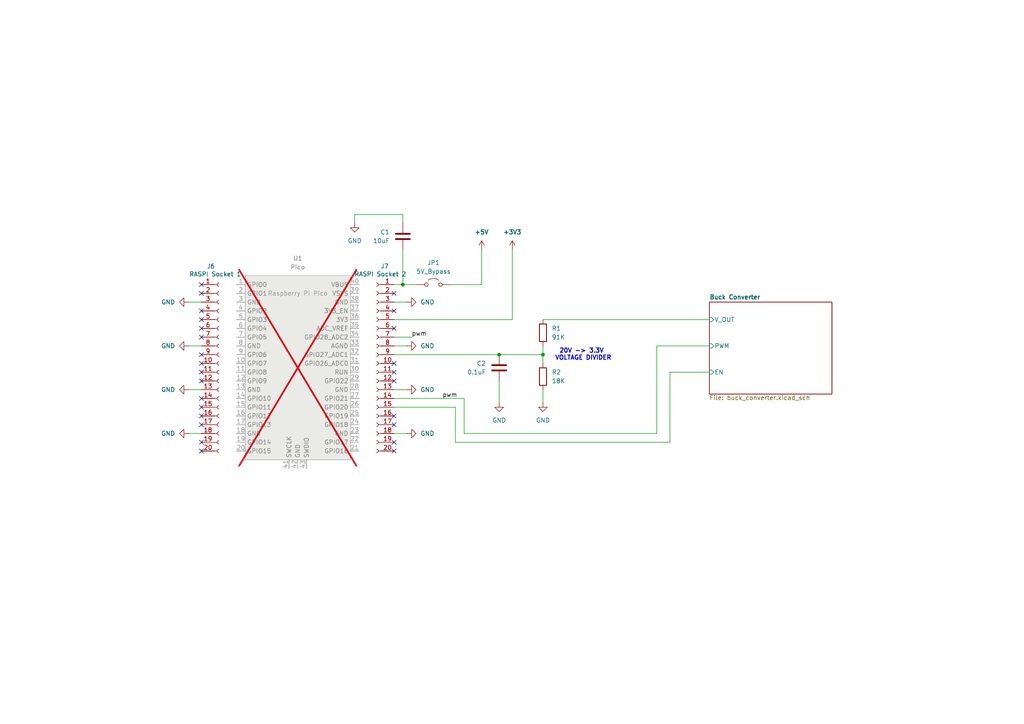
<source format=kicad_sch>
(kicad_sch (version 20231120) (generator "eeschema") (generator_version "8.0")
  (paper "A4")
  (title_block (title "LMG1210 Buck Converter") (date "2025-04-02") (rev "1.0.0") (company "Surya Thanush"))
  (lib_symbols
    (symbol "Connector:Conn_01x20_Socket" (pin_names (offset 1.016) hide)
      (property "Reference" "J" (at 0 25.4 0))
      (property "Value" "Conn_01x20_Socket" (at 0 -27.94 0))
      (symbol "Conn_01x20_Socket_1_1"
        (arc (start 0 -24.892) (mid -0.5058 -25.4) (end 0 -25.908) (stroke (width 0.1524)))
        (arc (start 0 -22.352) (mid -0.5058 -22.86) (end 0 -23.368) (stroke (width 0.1524)))
        (arc (start 0 -19.812) (mid -0.5058 -20.32) (end 0 -20.828) (stroke (width 0.1524)))
        (arc (start 0 -17.272) (mid -0.5058 -17.78) (end 0 -18.288) (stroke (width 0.1524)))
        (arc (start 0 -14.732) (mid -0.5058 -15.24) (end 0 -15.748) (stroke (width 0.1524)))
        (arc (start 0 -12.192) (mid -0.5058 -12.7) (end 0 -13.208) (stroke (width 0.1524)))
        (arc (start 0 -9.652) (mid -0.5058 -10.16) (end 0 -10.668) (stroke (width 0.1524)))
        (arc (start 0 -7.112) (mid -0.5058 -7.62) (end 0 -8.128) (stroke (width 0.1524)))
        (arc (start 0 -4.572) (mid -0.5058 -5.08) (end 0 -5.588) (stroke (width 0.1524)))
        (arc (start 0 -2.032) (mid -0.5058 -2.54) (end 0 -3.048) (stroke (width 0.1524)))
        (polyline (pts (xy -1.27 -25.4) (xy -0.508 -25.4)) (stroke (width 0.1524)))
        (polyline (pts (xy -1.27 -22.86) (xy -0.508 -22.86)) (stroke (width 0.1524)))
        (polyline (pts (xy -1.27 -20.32) (xy -0.508 -20.32)) (stroke (width 0.1524)))
        (polyline (pts (xy -1.27 -17.78) (xy -0.508 -17.78)) (stroke (width 0.1524)))
        (polyline (pts (xy -1.27 -15.24) (xy -0.508 -15.24)) (stroke (width 0.1524)))
        (polyline (pts (xy -1.27 -12.7) (xy -0.508 -12.7)) (stroke (width 0.1524)))
        (polyline (pts (xy -1.27 -10.16) (xy -0.508 -10.16)) (stroke (width 0.1524)))
        (polyline (pts (xy -1.27 -7.62) (xy -0.508 -7.62)) (stroke (width 0.1524)))
        (polyline (pts (xy -1.27 -5.08) (xy -0.508 -5.08)) (stroke (width 0.1524)))
        (polyline (pts (xy -1.27 -2.54) (xy -0.508 -2.54)) (stroke (width 0.1524)))
        (polyline (pts (xy -1.27 0) (xy -0.508 0)) (stroke (width 0.1524)))
        (polyline (pts (xy -1.27 2.54) (xy -0.508 2.54)) (stroke (width 0.1524)))
        (polyline (pts (xy -1.27 5.08) (xy -0.508 5.08)) (stroke (width 0.1524)))
        (polyline (pts (xy -1.27 7.62) (xy -0.508 7.62)) (stroke (width 0.1524)))
        (polyline (pts (xy -1.27 10.16) (xy -0.508 10.16)) (stroke (width 0.1524)))
        (polyline (pts (xy -1.27 12.7) (xy -0.508 12.7)) (stroke (width 0.1524)))
        (polyline (pts (xy -1.27 15.24) (xy -0.508 15.24)) (stroke (width 0.1524)))
        (polyline (pts (xy -1.27 17.78) (xy -0.508 17.78)) (stroke (width 0.1524)))
        (polyline (pts (xy -1.27 20.32) (xy -0.508 20.32)) (stroke (width 0.1524)))
        (polyline (pts (xy -1.27 22.86) (xy -0.508 22.86)) (stroke (width 0.1524)))
        (arc (start 0 0.508) (mid -0.5058 0) (end 0 -0.508) (stroke (width 0.1524)))
        (arc (start 0 3.048) (mid -0.5058 2.54) (end 0 2.032) (stroke (width 0.1524)))
        (arc (start 0 5.588) (mid -0.5058 5.08) (end 0 4.572) (stroke (width 0.1524)))
        (arc (start 0 8.128) (mid -0.5058 7.62) (end 0 7.112) (stroke (width 0.1524)))
        (arc (start 0 10.668) (mid -0.5058 10.16) (end 0 9.652) (stroke (width 0.1524)))
        (arc (start 0 13.208) (mid -0.5058 12.7) (end 0 12.192) (stroke (width 0.1524)))
        (arc (start 0 15.748) (mid -0.5058 15.24) (end 0 14.732) (stroke (width 0.1524)))
        (arc (start 0 18.288) (mid -0.5058 17.78) (end 0 17.272) (stroke (width 0.1524)))
        (arc (start 0 20.828) (mid -0.5058 20.32) (end 0 19.812) (stroke (width 0.1524)))
        (arc (start 0 23.368) (mid -0.5058 22.86) (end 0 22.352) (stroke (width 0.1524)))
        (pin passive line (at -5.08 22.86 0) (length 3.81) (name "Pin_1") (number "1"))
        (pin passive line (at -5.08 0 0) (length 3.81) (name "Pin_10") (number "10"))
        (pin passive line (at -5.08 -2.54 0) (length 3.81) (name "Pin_11") (number "11"))
        (pin passive line (at -5.08 -5.08 0) (length 3.81) (name "Pin_12") (number "12"))
        (pin passive line (at -5.08 -7.62 0) (length 3.81) (name "Pin_13") (number "13"))
        (pin passive line (at -5.08 -10.16 0) (length 3.81) (name "Pin_14") (number "14"))
        (pin passive line (at -5.08 -12.7 0) (length 3.81) (name "Pin_15") (number "15"))
        (pin passive line (at -5.08 -15.24 0) (length 3.81) (name "Pin_16") (number "16"))
        (pin passive line (at -5.08 -17.78 0) (length 3.81) (name "Pin_17") (number "17"))
        (pin passive line (at -5.08 -20.32 0) (length 3.81) (name "Pin_18") (number "18"))
        (pin passive line (at -5.08 -22.86 0) (length 3.81) (name "Pin_19") (number "19"))
        (pin passive line (at -5.08 20.32 0) (length 3.81) (name "Pin_2") (number "2"))
        (pin passive line (at -5.08 -25.4 0) (length 3.81) (name "Pin_20") (number "20"))
        (pin passive line (at -5.08 17.78 0) (length 3.81) (name "Pin_3") (number "3"))
        (pin passive line (at -5.08 15.24 0) (length 3.81) (name "Pin_4") (number "4"))
        (pin passive line (at -5.08 12.7 0) (length 3.81) (name "Pin_5") (number "5"))
        (pin passive line (at -5.08 10.16 0) (length 3.81) (name "Pin_6") (number "6"))
        (pin passive line (at -5.08 7.62 0) (length 3.81) (name "Pin_7") (number "7"))
        (pin passive line (at -5.08 5.08 0) (length 3.81) (name "Pin_8") (number "8"))
        (pin passive line (at -5.08 2.54 0) (length 3.81) (name "Pin_9") (number "9"))
      )
    )
    (symbol "Device:C" (pin_numbers hide) (pin_names (offset 0.254))
      (property "Reference" "C" (at 0.635 2.54 0))
      (property "Value" "C" (at 0.635 -2.54 0))
      (symbol "C_0_1"
        (polyline (pts (xy -2.032 -0.762) (xy 2.032 -0.762)) (stroke (width 0.508)))
        (polyline (pts (xy -2.032 0.762) (xy 2.032 0.762)) (stroke (width 0.508)))
      )
      (symbol "C_1_1"
        (pin passive line (at 0 3.81 270) (length 2.794) (name "~") (number "1"))
        (pin passive line (at 0 -3.81 90) (length 2.794) (name "~") (number "2"))
      )
    )
    (symbol "Device:R" (pin_numbers hide) (pin_names (offset 0))
      (property "Reference" "R" (at 2.032 0 90))
      (property "Value" "R" (at 0 0 90))
      (symbol "R_0_1"
        (rectangle (start -1.016 -2.54) (end 1.016 2.54) (stroke (width 0.254)))
      )
      (symbol "R_1_1"
        (pin passive line (at 0 3.81 270) (length 1.27) (name "~") (number "1"))
        (pin passive line (at 0 -3.81 90) (length 1.27) (name "~") (number "2"))
      )
    )
    (symbol "Jumper:Jumper_2_Open" (pin_numbers hide) (pin_names (offset 0) hide) (exclude_from_sim yes)
      (property "Reference" "JP" (at 0 2.794 0))
      (property "Value" "Jumper_2_Open" (at 0 -2.286 0))
      (symbol "Jumper_2_Open_0_0"
        (circle (center -2.032 0) (radius 0.508))
        (circle (center 2.032 0) (radius 0.508))
      )
      (symbol "Jumper_2_Open_0_1"
        (arc (start 1.524 1.27) (mid 0 1.778) (end -1.524 1.27))
      )
      (symbol "Jumper_2_Open_1_1"
        (pin passive line (at -5.08 0 0) (length 2.54) (name "A") (number "1"))
        (pin passive line (at 5.08 0 180) (length 2.54) (name "B") (number "2"))
      )
    )
    (symbol "Raspi-Pico:Pico"
      (property "Reference" "U" (at -13.97 27.94 0))
      (property "Value" "Pico" (at 0 19.05 0))
      (symbol "Pico_0_0"
        (text "Raspberry Pi Pico" (at 0 21.59 0) (effects (font (size 1.27 1.27))))
      )
      (symbol "Pico_0_1"
        (rectangle (start -15.24 26.67) (end 15.24 -26.67) (fill (type background)))
      )
      (symbol "Pico_1_1"
        (pin bidirectional line (at -17.78 24.13 0) (length 2.54) (name "GPIO0") (number "1"))
        (pin bidirectional line (at -17.78 1.27 0) (length 2.54) (name "GPIO7") (number "10"))
        (pin bidirectional line (at -17.78 -1.27 0) (length 2.54) (name "GPIO8") (number "11"))
        (pin bidirectional line (at -17.78 -3.81 0) (length 2.54) (name "GPIO9") (number "12"))
        (pin power_in line (at -17.78 -6.35 0) (length 2.54) (name "GND") (number "13"))
        (pin bidirectional line (at -17.78 -8.89 0) (length 2.54) (name "GPIO10") (number "14"))
        (pin bidirectional line (at -17.78 -11.43 0) (length 2.54) (name "GPIO11") (number "15"))
        (pin bidirectional line (at -17.78 -13.97 0) (length 2.54) (name "GPIO12") (number "16"))
        (pin bidirectional line (at -17.78 -16.51 0) (length 2.54) (name "GPIO13") (number "17"))
        (pin power_in line (at -17.78 -19.05 0) (length 2.54) (name "GND") (number "18"))
        (pin bidirectional line (at -17.78 -21.59 0) (length 2.54) (name "GPIO14") (number "19"))
        (pin bidirectional line (at -17.78 21.59 0) (length 2.54) (name "GPIO1") (number "2"))
        (pin bidirectional line (at -17.78 -24.13 0) (length 2.54) (name "GPIO15") (number "20"))
        (pin bidirectional line (at 17.78 -24.13 180) (length 2.54) (name "GPIO16") (number "21"))
        (pin bidirectional line (at 17.78 -21.59 180) (length 2.54) (name "GPIO17") (number "22"))
        (pin power_in line (at 17.78 -19.05 180) (length 2.54) (name "GND") (number "23"))
        (pin bidirectional line (at 17.78 -16.51 180) (length 2.54) (name "GPIO18") (number "24"))
        (pin bidirectional line (at 17.78 -13.97 180) (length 2.54) (name "GPIO19") (number "25"))
        (pin bidirectional line (at 17.78 -11.43 180) (length 2.54) (name "GPIO20") (number "26"))
        (pin bidirectional line (at 17.78 -8.89 180) (length 2.54) (name "GPIO21") (number "27"))
        (pin power_in line (at 17.78 -6.35 180) (length 2.54) (name "GND") (number "28"))
        (pin bidirectional line (at 17.78 -3.81 180) (length 2.54) (name "GPIO22") (number "29"))
        (pin power_in line (at -17.78 19.05 0) (length 2.54) (name "GND") (number "3"))
        (pin input line (at 17.78 -1.27 180) (length 2.54) (name "RUN") (number "30"))
        (pin bidirectional line (at 17.78 1.27 180) (length 2.54) (name "GPIO26_ADC0") (number "31"))
        (pin bidirectional line (at 17.78 3.81 180) (length 2.54) (name "GPIO27_ADC1") (number "32"))
        (pin power_in line (at 17.78 6.35 180) (length 2.54) (name "AGND") (number "33"))
        (pin bidirectional line (at 17.78 8.89 180) (length 2.54) (name "GPIO28_ADC2") (number "34"))
        (pin power_in line (at 17.78 11.43 180) (length 2.54) (name "ADC_VREF") (number "35"))
        (pin power_in line (at 17.78 13.97 180) (length 2.54) (name "3V3") (number "36"))
        (pin input line (at 17.78 16.51 180) (length 2.54) (name "3V3_EN") (number "37"))
        (pin bidirectional line (at 17.78 19.05 180) (length 2.54) (name "GND") (number "38"))
        (pin power_in line (at 17.78 21.59 180) (length 2.54) (name "VSYS") (number "39"))
        (pin bidirectional line (at -17.78 16.51 0) (length 2.54) (name "GPIO2") (number "4"))
        (pin power_in line (at 17.78 24.13 180) (length 2.54) (name "VBUS") (number "40"))
        (pin input line (at -2.54 -29.21 90) (length 2.54) (name "SWCLK") (number "41"))
        (pin power_in line (at 0 -29.21 90) (length 2.54) (name "GND") (number "42"))
        (pin bidirectional line (at 2.54 -29.21 90) (length 2.54) (name "SWDIO") (number "43"))
        (pin bidirectional line (at -17.78 13.97 0) (length 2.54) (name "GPIO3") (number "5"))
        (pin bidirectional line (at -17.78 11.43 0) (length 2.54) (name "GPIO4") (number "6"))
        (pin bidirectional line (at -17.78 8.89 0) (length 2.54) (name "GPIO5") (number "7"))
        (pin power_in line (at -17.78 6.35 0) (length 2.54) (name "GND") (number "8"))
        (pin bidirectional line (at -17.78 3.81 0) (length 2.54) (name "GPIO6") (number "9"))
      )
    )
    (symbol "power:+5V" (power) (pin_numbers hide) (pin_names (offset 0) hide)
      (property "Value" "+5V" (at 0 3.556 0))
      (symbol "+5V_0_1"
        (polyline (pts (xy -0.762 1.27) (xy 0 2.54)))
        (polyline (pts (xy 0 0) (xy 0 2.54)))
        (polyline (pts (xy 0 2.54) (xy 0.762 1.27)))
      )
      (symbol "+5V_1_1"
        (pin power_in line (at 0 0 90) (length 0) (name "~") (number "1"))
      )
    )
    (symbol "power:GND" (power) (pin_numbers hide) (pin_names (offset 0) hide)
      (property "Value" "GND" (at 0 -3.81 0))
      (symbol "GND_0_1"
        (polyline (pts (xy 0 0) (xy 0 -1.27) (xy 1.27 -1.27) (xy 0 -2.54) (xy -1.27 -1.27) (xy 0 -1.27)))
      )
      (symbol "GND_1_1"
        (pin power_in line (at 0 0 270) (length 0) (name "~") (number "1"))
      )
    )
  )
  (junction (at 144.78 102.87))
  (junction (at 116.84 82.55))
  (junction (at 157.48 102.87))
  (no_connect (at 58.42 120.65))
  (no_connect (at 114.3 90.17))
  (no_connect (at 114.3 110.49))
  (no_connect (at 58.42 110.49))
  (no_connect (at 58.42 85.09))
  (no_connect (at 58.42 115.57))
  (no_connect (at 58.42 90.17))
  (no_connect (at 114.3 105.41))
  (no_connect (at 58.42 105.41))
  (no_connect (at 58.42 118.11))
  (no_connect (at 58.42 123.19))
  (no_connect (at 58.42 97.79))
  (no_connect (at 58.42 82.55))
  (no_connect (at 58.42 95.25))
  (no_connect (at 114.3 123.19))
  (no_connect (at 58.42 107.95))
  (no_connect (at 58.42 130.81))
  (no_connect (at 58.42 128.27))
  (no_connect (at 58.42 102.87))
  (no_connect (at 114.3 107.95))
  (no_connect (at 114.3 128.27))
  (no_connect (at 114.3 95.25))
  (no_connect (at 114.3 120.65))
  (no_connect (at 114.3 130.81))
  (no_connect (at 58.42 92.71))
  (no_connect (at 114.3 85.09))
  (wire (pts (xy 132.08 118.11) (xy 132.08 128.27)))
  (wire (pts (xy 139.7 82.55) (xy 130.81 82.55)))
  (wire (pts (xy 114.3 115.57) (xy 134.62 115.57)))
  (wire (pts (xy 116.84 62.23) (xy 116.84 64.77)))
  (wire (pts (xy 157.48 113.03) (xy 157.48 116.84)))
  (wire (pts (xy 114.3 87.63) (xy 118.11 87.63)))
  (wire (pts (xy 54.61 100.33) (xy 58.42 100.33)))
  (wire (pts (xy 114.3 125.73) (xy 118.11 125.73)))
  (wire (pts (xy 139.7 72.39) (xy 139.7 82.55)))
  (wire (pts (xy 190.5 125.73) (xy 134.62 125.73)))
  (wire (pts (xy 114.3 92.71) (xy 148.59 92.71)))
  (wire (pts (xy 194.31 128.27) (xy 194.31 107.95)))
  (wire (pts (xy 114.3 82.55) (xy 116.84 82.55)))
  (wire (pts (xy 144.78 110.49) (xy 144.78 116.84)))
  (wire (pts (xy 144.78 102.87) (xy 157.48 102.87)))
  (wire (pts (xy 116.84 72.39) (xy 116.84 82.55)))
  (wire (pts (xy 102.87 62.23) (xy 116.84 62.23)))
  (wire (pts (xy 114.3 100.33) (xy 118.11 100.33)))
  (wire (pts (xy 190.5 100.33) (xy 190.5 125.73)))
  (wire (pts (xy 114.3 113.03) (xy 118.11 113.03)))
  (wire (pts (xy 54.61 87.63) (xy 58.42 87.63)))
  (wire (pts (xy 157.48 92.71) (xy 205.74 92.71)))
  (wire (pts (xy 114.3 97.79) (xy 119.38 97.79)))
  (wire (pts (xy 157.48 100.33) (xy 157.48 102.87)))
  (wire (pts (xy 194.31 107.95) (xy 205.74 107.95)))
  (wire (pts (xy 114.3 118.11) (xy 132.08 118.11)))
  (wire (pts (xy 114.3 102.87) (xy 144.78 102.87)))
  (wire (pts (xy 157.48 102.87) (xy 157.48 105.41)))
  (wire (pts (xy 54.61 113.03) (xy 58.42 113.03)))
  (wire (pts (xy 102.87 64.77) (xy 102.87 62.23)))
  (wire (pts (xy 205.74 100.33) (xy 190.5 100.33)))
  (wire (pts (xy 54.61 125.73) (xy 58.42 125.73)))
  (wire (pts (xy 134.62 125.73) (xy 134.62 115.57)))
  (wire (pts (xy 132.08 128.27) (xy 194.31 128.27)))
  (wire (pts (xy 116.84 82.55) (xy 120.65 82.55)))
  (wire (pts (xy 148.59 72.39) (xy 148.59 92.71)))
  (text "20V -> 3.3V \nVOLTAGE DIVIDER" (at 169.164 102.87 0) (effects (font (size 1.27 1.27) (thickness 0.254) (bold yes))))
  (label "pwm" (at 119.38 97.79 0))
  (label "pwm" (at 128.27 115.57 0))
  (symbol (lib_id "Device:C") (at 144.78 106.68 0) (mirror y) (unit 1)
    (property "Reference" "C2" (at 140.97 105.4099 0) (effects (justify left)))
    (property "Value" "0.1uF" (at 140.97 107.9499 0) (effects (justify left)))
    (property "Footprint" "Capacitor_SMD:C_0603_1608Metric" (effects (hide yes)))
    (property "Description" "Unpolarized capacitor" (effects (hide yes)))
    (property "Manufacturer_Part_Number" "CL10B104JB8NNND" (effects (hide yes)))
  )
  (symbol (lib_id "power:GND") (at 54.61 125.73 270) (unit 1)
    (property "Reference" "#PWR4" (effects (hide yes)))
    (property "Value" "GND" (at 50.8 125.7299 90) (effects (justify right)))
    (property "Description" "Power symbol creates a global label with name \"GND\" , ground" (effects (hide yes)))
  )
  (symbol (lib_id "power:GND") (at 102.87 64.77 0) (unit 1)
    (property "Reference" "#PWR6" (effects (hide yes)))
    (property "Value" "GND" (at 102.87 69.85 0))
    (property "Description" "Power symbol creates a global label with name \"GND\" , ground" (effects (hide yes)))
  )
  (symbol (lib_id "power:GND") (at 118.11 100.33 90) (unit 1)
    (property "Reference" "#PWR8" (effects (hide yes)))
    (property "Value" "GND" (at 121.92 100.3299 90) (effects (justify right)))
    (property "Description" "Power symbol creates a global label with name \"GND\" , ground" (effects (hide yes)))
  )
  (symbol (lib_id "power:GND") (at 157.48 116.84 0) (unit 1)
    (property "Reference" "#PWR14" (effects (hide yes)))
    (property "Value" "GND" (at 157.48 121.92 0))
    (property "Description" "Power symbol creates a global label with name \"GND\" , ground" (effects (hide yes)))
  )
  (symbol (lib_id "power:+5V") (at 148.59 72.39 0) (unit 1)
    (property "Reference" "#PWR13" (effects (hide yes)))
    (property "Value" "+3V3" (at 148.59 67.31 0) (effects (font (thickness 0.254) (bold yes))))
    (property "Description" "Power symbol creates a global label with name \"+5V\"" (effects (hide yes)))
  )
  (symbol (lib_id "power:GND") (at 118.11 125.73 90) (unit 1)
    (property "Reference" "#PWR10" (effects (hide yes)))
    (property "Value" "GND" (at 121.92 125.7299 90) (effects (justify right)))
    (property "Description" "Power symbol creates a global label with name \"GND\" , ground" (effects (hide yes)))
  )
  (symbol (lib_id "power:GND") (at 118.11 87.63 90) (unit 1)
    (property "Reference" "#PWR7" (effects (hide yes)))
    (property "Value" "GND" (at 121.92 87.6299 90) (effects (justify right)))
    (property "Description" "Power symbol creates a global label with name \"GND\" , ground" (effects (hide yes)))
  )
  (symbol (lib_id "Jumper:Jumper_2_Open") (at 125.73 82.55 0) (unit 1) (exclude_from_sim yes)
    (property "Reference" "JP1" (at 125.73 76.2 0))
    (property "Value" "5V_Bypass" (at 125.73 78.74 0))
    (property "Footprint" "Connector_PinHeader_2.54mm:PinHeader_1x02_P2.54mm_Vertical" (effects (hide yes)))
    (property "Description" "Jumper, 2-pole, open" (effects (hide yes)))
    (property "Manufacturer_Part_Number" "HTSW-102-07-T-S" (effects (hide yes)))
  )
  (symbol (lib_id "power:GND") (at 144.78 116.84 0) (unit 1)
    (property "Reference" "#PWR12" (effects (hide yes)))
    (property "Value" "GND" (at 144.78 121.92 0))
    (property "Description" "Power symbol creates a global label with name \"GND\" , ground" (effects (hide yes)))
  )
  (symbol (lib_id "Raspi-Pico:Pico") (at 86.36 106.68 0) (unit 1) (in_bom no) (on_board no) (dnp yes)
    (property "Reference" "U1" (at 86.36 74.93 0))
    (property "Value" "Pico" (at 86.36 77.47 0))
    (property "Footprint" "RPi_Pico:RPi_Pico_SMD_TH" (effects (hide yes)))
  )
  (symbol (lib_id "power:GND") (at 54.61 100.33 270) (unit 1)
    (property "Reference" "#PWR2" (effects (hide yes)))
    (property "Value" "GND" (at 50.8 100.3299 90) (effects (justify right)))
    (property "Description" "Power symbol creates a global label with name \"GND\" , ground" (effects (hide yes)))
  )
  (symbol (lib_id "power:GND") (at 118.11 113.03 90) (unit 1)
    (property "Reference" "#PWR9" (effects (hide yes)))
    (property "Value" "GND" (at 121.92 113.0299 90) (effects (justify right)))
    (property "Description" "Power symbol creates a global label with name \"GND\" , ground" (effects (hide yes)))
  )
  (symbol (lib_id "Device:R") (at 157.48 109.22 0) (unit 1)
    (property "Reference" "R2" (at 160.02 107.9499 0) (effects (justify left)))
    (property "Value" "18K" (at 160.02 110.4899 0) (effects (justify left)))
    (property "Footprint" "Resistor_SMD:R_0603_1608Metric" (effects (hide yes)))
    (property "Description" "Resistor" (effects (hide yes)))
    (property "Manufacturer_Part_Number" "RT0603BRD0718KL" (effects (hide yes)))
  )
  (symbol (lib_id "power:+5V") (at 139.7 72.39 0) (unit 1)
    (property "Reference" "#PWR11" (effects (hide yes)))
    (property "Value" "+5V" (at 139.7 67.31 0) (effects (font (thickness 0.254) (bold yes))))
    (property "Description" "Power symbol creates a global label with name \"+5V\"" (effects (hide yes)))
  )
  (symbol (lib_id "Connector:Conn_01x20_Socket") (at 109.22 105.41 0) (mirror y) (unit 1)
    (property "Reference" "J7" (at 112.776 77.216 0) (effects (justify left)))
    (property "Value" "RASPI Socket 2" (at 117.856 79.502 0) (effects (justify left)))
    (property "Footprint" "Connector_PinSocket_2.54mm:PinSocket_1x20_P2.54mm_Vertical" (effects (hide yes)))
    (property "Description" "Generic connector, single row, 01x20, script generated" (effects (hide yes)))
    (property "Manufacturer_Part_Number" "PH1-20-UA" (effects (hide yes)))
  )
  (symbol (lib_id "Device:C") (at 116.84 68.58 0) (mirror y) (unit 1)
    (property "Reference" "C1" (at 113.03 67.3099 0) (effects (justify left)))
    (property "Value" "10uF" (at 113.03 69.8499 0) (effects (justify left)))
    (property "Footprint" "Capacitor_SMD:C_0603_1608Metric" (effects (hide yes)))
    (property "Description" "Unpolarized capacitor" (effects (hide yes)))
    (property "Manufacturer_Part_Number" "CL10A106MA8NRNC" (effects (hide yes)))
  )
  (symbol (lib_id "Device:R") (at 157.48 96.52 0) (unit 1)
    (property "Reference" "R1" (at 160.02 95.2499 0) (effects (justify left)))
    (property "Value" "91K" (at 160.02 97.7899 0) (effects (justify left)))
    (property "Footprint" "Resistor_SMD:R_0603_1608Metric" (effects (hide yes)))
    (property "Description" "Resistor" (effects (hide yes)))
    (property "Manufacturer_Part_Number" "RT0603BRD0791KL" (effects (hide yes)))
  )
  (symbol (lib_id "power:GND") (at 54.61 87.63 270) (unit 1)
    (property "Reference" "#PWR1" (effects (hide yes)))
    (property "Value" "GND" (at 50.8 87.6299 90) (effects (justify right)))
    (property "Description" "Power symbol creates a global label with name \"GND\" , ground" (effects (hide yes)))
  )
  (symbol (lib_id "Connector:Conn_01x20_Socket") (at 63.5 105.41 0) (unit 1)
    (property "Reference" "J6" (at 59.944 77.216 0) (effects (justify left)))
    (property "Value" "RASPI Socket 1" (at 54.864 79.502 0) (effects (justify left)))
    (property "Footprint" "Connector_PinSocket_2.54mm:PinSocket_1x20_P2.54mm_Vertical" (effects (hide yes)))
    (property "Description" "Generic connector, single row, 01x20, script generated" (effects (hide yes)))
    (property "Manufacturer_Part_Number" "PH1-20-UA" (effects (hide yes)))
  )
  (symbol (lib_id "power:GND") (at 54.61 113.03 270) (unit 1)
    (property "Reference" "#PWR3" (effects (hide yes)))
    (property "Value" "GND" (at 50.8 113.0299 90) (effects (justify right)))
    (property "Description" "Power symbol creates a global label with name \"GND\" , ground" (effects (hide yes)))
  )
  (sheet (at 205.74 87.63) (size 35.56 26.67) (stroke (width 0.1524))
    (property "Sheetname" "Buck Converter" (at 205.74 86.9184 0) (effects (font (thickness 0.254) (bold yes)) (justify left bottom)))
    (property "Sheetfile" "buck_converter.kicad_sch" (at 205.74 114.6306 0) (effects (justify left top)))
    (pin "EN" input (at 205.74 107.95 180))
    (pin "PWM" input (at 205.74 100.33 180))
    (pin "V_OUT" input (at 205.74 92.71 180))
  )
)
</source>
